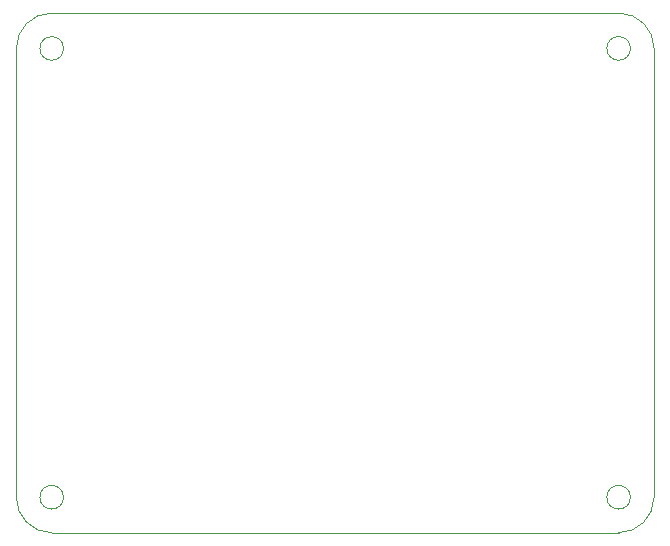
<source format=gbr>
%TF.GenerationSoftware,KiCad,Pcbnew,9.0.1*%
%TF.CreationDate,2025-04-07T15:46:51+02:00*%
%TF.ProjectId,Heart_NE555_THT,48656172-745f-44e4-9535-35355f544854,rev?*%
%TF.SameCoordinates,Original*%
%TF.FileFunction,Profile,NP*%
%FSLAX46Y46*%
G04 Gerber Fmt 4.6, Leading zero omitted, Abs format (unit mm)*
G04 Created by KiCad (PCBNEW 9.0.1) date 2025-04-07 15:46:51*
%MOMM*%
%LPD*%
G01*
G04 APERTURE LIST*
%TA.AperFunction,Profile*%
%ADD10C,0.050000*%
%TD*%
G04 APERTURE END LIST*
D10*
X98000000Y-104000000D02*
X98000000Y-66000000D01*
X101000000Y-63000000D02*
X149000000Y-63000000D01*
X152000000Y-104000000D02*
G75*
G02*
X149000000Y-107000000I-3000000J0D01*
G01*
X152000000Y-66000000D02*
X152000000Y-104000000D01*
X98000000Y-66000000D02*
G75*
G02*
X101000000Y-63000000I3000000J0D01*
G01*
X150000000Y-104000000D02*
G75*
G02*
X148000000Y-104000000I-1000000J0D01*
G01*
X148000000Y-104000000D02*
G75*
G02*
X150000000Y-104000000I1000000J0D01*
G01*
X102000000Y-104000000D02*
G75*
G02*
X100000000Y-104000000I-1000000J0D01*
G01*
X100000000Y-104000000D02*
G75*
G02*
X102000000Y-104000000I1000000J0D01*
G01*
X101000000Y-107000000D02*
G75*
G02*
X98000000Y-104000000I0J3000000D01*
G01*
X149000000Y-107000000D02*
X101000000Y-107000000D01*
X149000000Y-63000000D02*
G75*
G02*
X152000000Y-66000000I0J-3000000D01*
G01*
X102000000Y-66000000D02*
G75*
G02*
X100000000Y-66000000I-1000000J0D01*
G01*
X100000000Y-66000000D02*
G75*
G02*
X102000000Y-66000000I1000000J0D01*
G01*
X150000000Y-66000000D02*
G75*
G02*
X148000000Y-66000000I-1000000J0D01*
G01*
X148000000Y-66000000D02*
G75*
G02*
X150000000Y-66000000I1000000J0D01*
G01*
M02*

</source>
